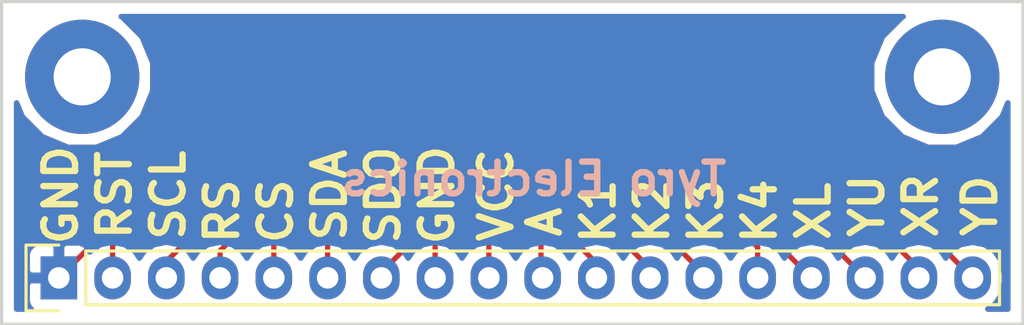
<source format=kicad_pcb>
(kicad_pcb (version 4) (host pcbnew 4.0.2-stable)

  (general
    (links 18)
    (no_connects 0)
    (area 137.473857 90.629 202.378143 107.263001)
    (thickness 1.6)
    (drawings 23)
    (tracks 78)
    (zones 0)
    (modules 4)
    (nets 19)
  )

  (page A4)
  (layers
    (0 F.Cu signal)
    (31 B.Cu signal)
    (32 B.Adhes user)
    (33 F.Adhes user)
    (34 B.Paste user)
    (35 F.Paste user)
    (36 B.SilkS user)
    (37 F.SilkS user)
    (38 B.Mask user)
    (39 F.Mask user)
    (40 Dwgs.User user)
    (41 Cmts.User user)
    (42 Eco1.User user)
    (43 Eco2.User user)
    (44 Edge.Cuts user)
    (45 Margin user)
    (46 B.CrtYd user)
    (47 F.CrtYd user)
    (48 B.Fab user)
    (49 F.Fab user)
  )

  (setup
    (last_trace_width 0.25)
    (trace_clearance 0.2)
    (zone_clearance 0.508)
    (zone_45_only no)
    (trace_min 0.2)
    (segment_width 0.2)
    (edge_width 0.15)
    (via_size 0.6)
    (via_drill 0.4)
    (via_min_size 0.4)
    (via_min_drill 0.3)
    (uvia_size 0.3)
    (uvia_drill 0.1)
    (uvias_allowed no)
    (uvia_min_size 0.2)
    (uvia_min_drill 0.1)
    (pcb_text_width 0.3)
    (pcb_text_size 1.5 1.5)
    (mod_edge_width 0.15)
    (mod_text_size 1 1)
    (mod_text_width 0.15)
    (pad_size 1.524 1.524)
    (pad_drill 0.762)
    (pad_to_mask_clearance 0.1)
    (aux_axis_origin 0 0)
    (visible_elements FFFFFF7F)
    (pcbplotparams
      (layerselection 0x010f0_80000001)
      (usegerberextensions false)
      (excludeedgelayer true)
      (linewidth 0.100000)
      (plotframeref false)
      (viasonmask false)
      (mode 1)
      (useauxorigin false)
      (hpglpennumber 1)
      (hpglpenspeed 20)
      (hpglpendiameter 15)
      (hpglpenoverlay 2)
      (psnegative false)
      (psa4output false)
      (plotreference true)
      (plotvalue true)
      (plotinvisibletext false)
      (padsonsilk false)
      (subtractmaskfromsilk false)
      (outputformat 1)
      (mirror false)
      (drillshape 0)
      (scaleselection 1)
      (outputdirectory gerbers/))
  )

  (net 0 "")
  (net 1 "Net-(P1-Pad1)")
  (net 2 "Net-(P1-Pad2)")
  (net 3 "Net-(P1-Pad3)")
  (net 4 "Net-(P1-Pad4)")
  (net 5 "Net-(P1-Pad5)")
  (net 6 "Net-(P1-Pad6)")
  (net 7 "Net-(P1-Pad7)")
  (net 8 "Net-(P1-Pad8)")
  (net 9 "Net-(P1-Pad9)")
  (net 10 "Net-(P1-Pad10)")
  (net 11 "Net-(P1-Pad11)")
  (net 12 "Net-(P1-Pad12)")
  (net 13 "Net-(P1-Pad13)")
  (net 14 "Net-(P1-Pad14)")
  (net 15 "Net-(P1-Pad15)")
  (net 16 "Net-(P1-Pad16)")
  (net 17 "Net-(P1-Pad17)")
  (net 18 "Net-(P1-Pad18)")

  (net_class Default "This is the default net class."
    (clearance 0.2)
    (trace_width 0.25)
    (via_dia 0.6)
    (via_drill 0.4)
    (uvia_dia 0.3)
    (uvia_drill 0.1)
    (add_net "Net-(P1-Pad1)")
    (add_net "Net-(P1-Pad10)")
    (add_net "Net-(P1-Pad11)")
    (add_net "Net-(P1-Pad12)")
    (add_net "Net-(P1-Pad13)")
    (add_net "Net-(P1-Pad14)")
    (add_net "Net-(P1-Pad15)")
    (add_net "Net-(P1-Pad16)")
    (add_net "Net-(P1-Pad17)")
    (add_net "Net-(P1-Pad18)")
    (add_net "Net-(P1-Pad2)")
    (add_net "Net-(P1-Pad3)")
    (add_net "Net-(P1-Pad4)")
    (add_net "Net-(P1-Pad5)")
    (add_net "Net-(P1-Pad6)")
    (add_net "Net-(P1-Pad7)")
    (add_net "Net-(P1-Pad8)")
    (add_net "Net-(P1-Pad9)")
  )

  (module Socket_Strips:Socket_Strip_Straight_1x18 (layer F.Cu) (tedit 58503421) (tstamp 585033DC)
    (at 148.5011 105.0036)
    (descr "Through hole socket strip")
    (tags "socket strip")
    (path /5850209C)
    (fp_text reference P1 (at 0 -5.1) (layer F.SilkS) hide
      (effects (font (size 1 1) (thickness 0.15)))
    )
    (fp_text value CONN_01X18 (at 0 -3.1) (layer F.Fab) hide
      (effects (font (size 1 1) (thickness 0.15)))
    )
    (fp_line (start -1.75 -1.75) (end -1.75 1.75) (layer F.CrtYd) (width 0.05))
    (fp_line (start 44.95 -1.75) (end 44.95 1.75) (layer F.CrtYd) (width 0.05))
    (fp_line (start -1.75 -1.75) (end 44.95 -1.75) (layer F.CrtYd) (width 0.05))
    (fp_line (start -1.75 1.75) (end 44.95 1.75) (layer F.CrtYd) (width 0.05))
    (fp_line (start 1.27 1.27) (end 44.45 1.27) (layer F.SilkS) (width 0.15))
    (fp_line (start 44.45 1.27) (end 44.45 -1.27) (layer F.SilkS) (width 0.15))
    (fp_line (start 44.45 -1.27) (end 1.27 -1.27) (layer F.SilkS) (width 0.15))
    (fp_line (start -1.55 1.55) (end 0 1.55) (layer F.SilkS) (width 0.15))
    (fp_line (start 1.27 1.27) (end 1.27 -1.27) (layer F.SilkS) (width 0.15))
    (fp_line (start 0 -1.55) (end -1.55 -1.55) (layer F.SilkS) (width 0.15))
    (fp_line (start -1.55 -1.55) (end -1.55 1.55) (layer F.SilkS) (width 0.15))
    (pad 1 thru_hole rect (at 0 0) (size 1.7272 2.032) (drill 1.016) (layers *.Cu *.Mask)
      (net 1 "Net-(P1-Pad1)"))
    (pad 2 thru_hole oval (at 2.54 0) (size 1.7272 2.032) (drill 1.016) (layers *.Cu *.Mask)
      (net 2 "Net-(P1-Pad2)"))
    (pad 3 thru_hole oval (at 5.08 0) (size 1.7272 2.032) (drill 1.016) (layers *.Cu *.Mask)
      (net 3 "Net-(P1-Pad3)"))
    (pad 4 thru_hole oval (at 7.62 0) (size 1.7272 2.032) (drill 1.016) (layers *.Cu *.Mask)
      (net 4 "Net-(P1-Pad4)"))
    (pad 5 thru_hole oval (at 10.16 0) (size 1.7272 2.032) (drill 1.016) (layers *.Cu *.Mask)
      (net 5 "Net-(P1-Pad5)"))
    (pad 6 thru_hole oval (at 12.7 0) (size 1.7272 2.032) (drill 1.016) (layers *.Cu *.Mask)
      (net 6 "Net-(P1-Pad6)"))
    (pad 7 thru_hole oval (at 15.24 0) (size 1.7272 2.032) (drill 1.016) (layers *.Cu *.Mask)
      (net 7 "Net-(P1-Pad7)"))
    (pad 8 thru_hole oval (at 17.78 0) (size 1.7272 2.032) (drill 1.016) (layers *.Cu *.Mask)
      (net 8 "Net-(P1-Pad8)"))
    (pad 9 thru_hole oval (at 20.32 0) (size 1.7272 2.032) (drill 1.016) (layers *.Cu *.Mask)
      (net 9 "Net-(P1-Pad9)"))
    (pad 10 thru_hole oval (at 22.86 0) (size 1.7272 2.032) (drill 1.016) (layers *.Cu *.Mask)
      (net 10 "Net-(P1-Pad10)"))
    (pad 11 thru_hole oval (at 25.4 0) (size 1.7272 2.032) (drill 1.016) (layers *.Cu *.Mask)
      (net 11 "Net-(P1-Pad11)"))
    (pad 12 thru_hole oval (at 27.94 0) (size 1.7272 2.032) (drill 1.016) (layers *.Cu *.Mask)
      (net 12 "Net-(P1-Pad12)"))
    (pad 13 thru_hole oval (at 30.48 0) (size 1.7272 2.032) (drill 1.016) (layers *.Cu *.Mask)
      (net 13 "Net-(P1-Pad13)"))
    (pad 14 thru_hole oval (at 33.02 0) (size 1.7272 2.032) (drill 1.016) (layers *.Cu *.Mask)
      (net 14 "Net-(P1-Pad14)"))
    (pad 15 thru_hole oval (at 35.56 0) (size 1.7272 2.032) (drill 1.016) (layers *.Cu *.Mask)
      (net 15 "Net-(P1-Pad15)"))
    (pad 16 thru_hole oval (at 38.1 0) (size 1.7272 2.032) (drill 1.016) (layers *.Cu *.Mask)
      (net 16 "Net-(P1-Pad16)"))
    (pad 17 thru_hole oval (at 40.64 0) (size 1.7272 2.032) (drill 1.016) (layers *.Cu *.Mask)
      (net 17 "Net-(P1-Pad17)"))
    (pad 18 thru_hole oval (at 43.18 0) (size 1.7272 2.032) (drill 1.016) (layers *.Cu *.Mask)
      (net 18 "Net-(P1-Pad18)"))
    (model Socket_Strips.3dshapes/Socket_Strip_Straight_1x18.wrl
      (at (xyz 0.85 0 0))
      (scale (xyz 1 1 1))
      (rotate (xyz 0 0 180))
    )
  )

  (module components:18p-ili9341 (layer F.Cu) (tedit 5850342A) (tstamp 585033F2)
    (at 164.084 95.504)
    (path /585025AA)
    (fp_text reference U1 (at 7.75 3.25) (layer F.SilkS) hide
      (effects (font (size 1 1) (thickness 0.15)))
    )
    (fp_text value ili9341-18p (at 7.25 -3.75) (layer F.Fab) hide
      (effects (font (size 1 1) (thickness 0.15)))
    )
    (pad 1 smd rect (at 0 0) (size 0.4 4) (layers F.Cu F.Paste F.Mask)
      (net 1 "Net-(P1-Pad1)"))
    (pad 2 smd rect (at 0.8 0) (size 0.4 4) (layers F.Cu F.Paste F.Mask)
      (net 2 "Net-(P1-Pad2)"))
    (pad 3 smd rect (at 1.6 0) (size 0.4 4) (layers F.Cu F.Paste F.Mask)
      (net 3 "Net-(P1-Pad3)"))
    (pad 4 smd rect (at 2.4 0) (size 0.4 4) (layers F.Cu F.Paste F.Mask)
      (net 4 "Net-(P1-Pad4)"))
    (pad 5 smd rect (at 3.2 0) (size 0.4 4) (layers F.Cu F.Paste F.Mask)
      (net 5 "Net-(P1-Pad5)"))
    (pad 6 smd rect (at 4 0) (size 0.4 4) (layers F.Cu F.Paste F.Mask)
      (net 6 "Net-(P1-Pad6)"))
    (pad 7 smd rect (at 4.8 0) (size 0.4 4) (layers F.Cu F.Paste F.Mask)
      (net 7 "Net-(P1-Pad7)"))
    (pad 8 smd rect (at 5.6 0) (size 0.4 4) (layers F.Cu F.Paste F.Mask)
      (net 8 "Net-(P1-Pad8)"))
    (pad 9 smd rect (at 6.4 0) (size 0.4 4) (layers F.Cu F.Paste F.Mask)
      (net 9 "Net-(P1-Pad9)"))
    (pad 10 smd rect (at 7.2 0) (size 0.4 4) (layers F.Cu F.Paste F.Mask)
      (net 10 "Net-(P1-Pad10)"))
    (pad 11 smd rect (at 8 0) (size 0.4 4) (layers F.Cu F.Paste F.Mask)
      (net 11 "Net-(P1-Pad11)"))
    (pad 12 smd rect (at 8.8 0) (size 0.4 4) (layers F.Cu F.Paste F.Mask)
      (net 12 "Net-(P1-Pad12)"))
    (pad 13 smd rect (at 9.6 0) (size 0.4 4) (layers F.Cu F.Paste F.Mask)
      (net 13 "Net-(P1-Pad13)"))
    (pad 14 smd rect (at 10.4 0) (size 0.4 4) (layers F.Cu F.Paste F.Mask)
      (net 14 "Net-(P1-Pad14)"))
    (pad 15 smd rect (at 11.2 0) (size 0.4 4) (layers F.Cu F.Paste F.Mask)
      (net 15 "Net-(P1-Pad15)"))
    (pad 16 smd rect (at 12 0) (size 0.4 4) (layers F.Cu F.Paste F.Mask)
      (net 16 "Net-(P1-Pad16)"))
    (pad 17 smd rect (at 12.8 0) (size 0.4 4) (layers F.Cu F.Paste F.Mask)
      (net 17 "Net-(P1-Pad17)"))
    (pad 18 smd rect (at 13.6 0) (size 0.4 4) (layers F.Cu F.Paste F.Mask)
      (net 18 "Net-(P1-Pad18)"))
  )

  (module Mounting_Holes:MountingHole_2.7mm_M2.5_Pad (layer F.Cu) (tedit 58503A80) (tstamp 58503A19)
    (at 149.606 95.504)
    (descr "Mounting Hole 2.7mm, M2.5")
    (tags "mounting hole 2.7mm m2.5")
    (fp_text reference REF** (at 0 -3.7) (layer F.SilkS) hide
      (effects (font (size 1 1) (thickness 0.15)))
    )
    (fp_text value MountingHole_2.7mm_M2.5_Pad (at 0 3.7) (layer F.Fab) hide
      (effects (font (size 1 1) (thickness 0.15)))
    )
    (fp_circle (center 0 0) (end 2.7 0) (layer Cmts.User) (width 0.15))
    (fp_circle (center 0 0) (end 2.95 0) (layer F.CrtYd) (width 0.05))
    (pad 1 thru_hole circle (at 0 0) (size 5.4 5.4) (drill 2.7) (layers *.Cu *.Mask))
  )

  (module Mounting_Holes:MountingHole_2.7mm_M2.5_Pad (layer F.Cu) (tedit 58503A8C) (tstamp 58503A2E)
    (at 190.246 95.504)
    (descr "Mounting Hole 2.7mm, M2.5")
    (tags "mounting hole 2.7mm m2.5")
    (fp_text reference REF** (at 0 -3.7) (layer F.SilkS) hide
      (effects (font (size 1 1) (thickness 0.15)))
    )
    (fp_text value MountingHole_2.7mm_M2.5_Pad (at 0 3.7) (layer F.Fab) hide
      (effects (font (size 1 1) (thickness 0.15)))
    )
    (fp_circle (center 0 0) (end 2.7 0) (layer Cmts.User) (width 0.15))
    (fp_circle (center 0 0) (end 2.95 0) (layer F.CrtYd) (width 0.05))
    (pad 1 thru_hole circle (at 0 0) (size 5.4 5.4) (drill 2.7) (layers *.Cu *.Mask))
  )

  (gr_text "Tyro Electronics" (at 170.942 100.33) (layer B.SilkS)
    (effects (font (size 1.5 1.5) (thickness 0.3)) (justify mirror))
  )
  (gr_text YD (at 192.024 101.6 90) (layer F.SilkS)
    (effects (font (size 1.5 1.5) (thickness 0.3)))
  )
  (gr_text "XR\n" (at 189.23 101.6 90) (layer F.SilkS)
    (effects (font (size 1.5 1.5) (thickness 0.3)))
  )
  (gr_text YU (at 186.69 101.6 90) (layer F.SilkS)
    (effects (font (size 1.5 1.5) (thickness 0.3)))
  )
  (gr_text XL (at 184.15 101.854 90) (layer F.SilkS)
    (effects (font (size 1.5 1.5) (thickness 0.3)))
  )
  (gr_text "K4\n" (at 181.61 101.854 90) (layer F.SilkS)
    (effects (font (size 1.5 1.5) (thickness 0.3)))
  )
  (gr_text K3 (at 179.07 101.854 90) (layer F.SilkS)
    (effects (font (size 1.5 1.5) (thickness 0.3)))
  )
  (gr_text "K2\n" (at 176.53 101.854 90) (layer F.SilkS)
    (effects (font (size 1.5 1.5) (thickness 0.3)))
  )
  (gr_text K1 (at 173.99 101.854 90) (layer F.SilkS)
    (effects (font (size 1.5 1.5) (thickness 0.3)))
  )
  (gr_text A (at 171.45 102.362 90) (layer F.SilkS)
    (effects (font (size 1.5 1.5) (thickness 0.3)))
  )
  (gr_text VCC (at 169.164 101.092 90) (layer F.SilkS)
    (effects (font (size 1.5 1.5) (thickness 0.3)))
  )
  (gr_text "GND\n" (at 166.37 101.092 90) (layer F.SilkS)
    (effects (font (size 1.5 1.5) (thickness 0.3)))
  )
  (gr_text "SDO\n" (at 163.83 101.092 90) (layer F.SilkS)
    (effects (font (size 1.5 1.5) (thickness 0.3)))
  )
  (gr_text SDA (at 161.29 101.092 90) (layer F.SilkS)
    (effects (font (size 1.5 1.5) (thickness 0.3)))
  )
  (gr_text CS (at 158.75 101.854 90) (layer F.SilkS)
    (effects (font (size 1.5 1.5) (thickness 0.3)))
  )
  (gr_text RS (at 156.21 101.854 90) (layer F.SilkS)
    (effects (font (size 1.5 1.5) (thickness 0.3)))
  )
  (gr_text SCL (at 153.67 101.092 90) (layer F.SilkS)
    (effects (font (size 1.5 1.5) (thickness 0.3)))
  )
  (gr_text RST (at 151.13 101.092 90) (layer F.SilkS)
    (effects (font (size 1.5 1.5) (thickness 0.3)))
  )
  (gr_text GND (at 148.59 101.092 90) (layer F.SilkS)
    (effects (font (size 1.5 1.5) (thickness 0.3)))
  )
  (gr_line (start 145.796 107.188) (end 194.056 107.188) (angle 90) (layer Edge.Cuts) (width 0.15))
  (gr_line (start 145.796 91.948) (end 145.796 107.188) (angle 90) (layer Edge.Cuts) (width 0.15))
  (gr_line (start 194.056 91.948) (end 145.796 91.948) (angle 90) (layer Edge.Cuts) (width 0.15))
  (gr_line (start 194.056 107.188) (end 194.056 91.948) (angle 90) (layer Edge.Cuts) (width 0.15))

  (segment (start 164.084 95.504) (end 158.0007 95.504) (width 0.25) (layer F.Cu) (net 1) (status 400000))
  (segment (start 158.0007 95.504) (end 148.5011 105.0036) (width 0.25) (layer F.Cu) (net 1) (tstamp 58503B9F) (status 800000))
  (segment (start 164.084 95.504) (end 164.084 96.266) (width 0.25) (layer F.Cu) (net 1))
  (segment (start 164.884 95.504) (end 164.884 98.006) (width 0.25) (layer F.Cu) (net 2))
  (segment (start 151.0411 103.4669) (end 151.0411 105.0036) (width 0.25) (layer F.Cu) (net 2) (tstamp 58503430))
  (segment (start 151.892 102.616) (end 151.0411 103.4669) (width 0.25) (layer F.Cu) (net 2) (tstamp 5850342F))
  (segment (start 155.194 102.616) (end 151.892 102.616) (width 0.25) (layer F.Cu) (net 2) (tstamp 5850342D))
  (segment (start 159.004 98.806) (end 155.194 102.616) (width 0.25) (layer F.Cu) (net 2) (tstamp 5850342B))
  (segment (start 164.084 98.806) (end 159.004 98.806) (width 0.25) (layer F.Cu) (net 2) (tstamp 5850342A))
  (segment (start 164.884 98.006) (end 164.084 98.806) (width 0.25) (layer F.Cu) (net 2) (tstamp 58503429))
  (segment (start 165.684 95.504) (end 165.684 98.222) (width 0.25) (layer F.Cu) (net 3))
  (segment (start 154.178 103.632) (end 153.5811 104.2289) (width 0.25) (layer F.Cu) (net 3) (tstamp 5850343A))
  (segment (start 155.194 103.632) (end 154.178 103.632) (width 0.25) (layer F.Cu) (net 3) (tstamp 58503438))
  (segment (start 159.004 99.822) (end 155.194 103.632) (width 0.25) (layer F.Cu) (net 3) (tstamp 58503436))
  (segment (start 164.084 99.822) (end 159.004 99.822) (width 0.25) (layer F.Cu) (net 3) (tstamp 58503434))
  (segment (start 165.684 98.222) (end 164.084 99.822) (width 0.25) (layer F.Cu) (net 3) (tstamp 58503433))
  (segment (start 153.5811 104.2289) (end 153.5811 105.0036) (width 0.25) (layer F.Cu) (net 3) (tstamp 5850343B))
  (segment (start 166.484 95.504) (end 166.484 98.438) (width 0.25) (layer F.Cu) (net 4))
  (segment (start 156.1211 103.7209) (end 156.1211 105.0036) (width 0.25) (layer F.Cu) (net 4) (tstamp 58503445))
  (segment (start 159.258 100.584) (end 156.1211 103.7209) (width 0.25) (layer F.Cu) (net 4) (tstamp 58503444))
  (segment (start 164.338 100.584) (end 159.258 100.584) (width 0.25) (layer F.Cu) (net 4) (tstamp 58503440))
  (segment (start 166.484 98.438) (end 164.338 100.584) (width 0.25) (layer F.Cu) (net 4) (tstamp 5850343E))
  (segment (start 167.284 95.504) (end 167.284 98.908) (width 0.25) (layer F.Cu) (net 5))
  (segment (start 158.6611 102.9589) (end 158.6611 105.0036) (width 0.25) (layer F.Cu) (net 5) (tstamp 58503450))
  (segment (start 160.274 101.346) (end 158.6611 102.9589) (width 0.25) (layer F.Cu) (net 5) (tstamp 5850344E))
  (segment (start 164.846 101.346) (end 160.274 101.346) (width 0.25) (layer F.Cu) (net 5) (tstamp 5850344C))
  (segment (start 167.284 98.908) (end 164.846 101.346) (width 0.25) (layer F.Cu) (net 5) (tstamp 5850344A))
  (segment (start 168.084 95.504) (end 168.084 99.378) (width 0.25) (layer F.Cu) (net 6))
  (segment (start 161.2011 103.2129) (end 161.2011 105.0036) (width 0.25) (layer F.Cu) (net 6) (tstamp 58503459))
  (segment (start 162.306 102.108) (end 161.2011 103.2129) (width 0.25) (layer F.Cu) (net 6) (tstamp 58503458))
  (segment (start 165.354 102.108) (end 162.306 102.108) (width 0.25) (layer F.Cu) (net 6) (tstamp 58503456))
  (segment (start 168.084 99.378) (end 165.354 102.108) (width 0.25) (layer F.Cu) (net 6) (tstamp 58503454))
  (segment (start 168.884 95.504) (end 168.884 99.594) (width 0.25) (layer F.Cu) (net 7))
  (segment (start 168.884 99.594) (end 163.7411 104.7369) (width 0.25) (layer F.Cu) (net 7) (tstamp 5850345D))
  (segment (start 163.7411 104.7369) (end 163.7411 105.0036) (width 0.25) (layer F.Cu) (net 7) (tstamp 5850345F))
  (segment (start 169.684 95.504) (end 169.684 99.81) (width 0.25) (layer F.Cu) (net 8))
  (segment (start 166.2811 103.2129) (end 166.2811 105.0036) (width 0.25) (layer F.Cu) (net 8) (tstamp 58503464))
  (segment (start 169.684 99.81) (end 166.2811 103.2129) (width 0.25) (layer F.Cu) (net 8) (tstamp 58503462))
  (segment (start 170.484 95.504) (end 170.484 100.534) (width 0.25) (layer F.Cu) (net 9))
  (segment (start 168.8211 102.1969) (end 168.8211 105.0036) (width 0.25) (layer F.Cu) (net 9) (tstamp 5850346A))
  (segment (start 170.484 100.534) (end 168.8211 102.1969) (width 0.25) (layer F.Cu) (net 9) (tstamp 58503468))
  (segment (start 171.284 95.504) (end 171.284 104.9265) (width 0.25) (layer F.Cu) (net 10))
  (segment (start 171.284 104.9265) (end 171.3611 105.0036) (width 0.25) (layer F.Cu) (net 10) (tstamp 5850346E))
  (segment (start 172.084 95.504) (end 172.084 102.488) (width 0.25) (layer F.Cu) (net 11))
  (segment (start 172.084 102.488) (end 173.9011 104.3051) (width 0.25) (layer F.Cu) (net 11) (tstamp 58503471))
  (segment (start 173.9011 104.3051) (end 173.9011 105.0036) (width 0.25) (layer F.Cu) (net 11) (tstamp 58503473))
  (segment (start 172.884 95.504) (end 172.884 101.002) (width 0.25) (layer F.Cu) (net 12))
  (segment (start 172.884 101.002) (end 176.4411 104.5591) (width 0.25) (layer F.Cu) (net 12) (tstamp 58503476))
  (segment (start 176.4411 104.5591) (end 176.4411 105.0036) (width 0.25) (layer F.Cu) (net 12) (tstamp 58503478))
  (segment (start 173.684 95.504) (end 173.684 99.516) (width 0.25) (layer F.Cu) (net 13))
  (segment (start 173.684 99.516) (end 178.9811 104.8131) (width 0.25) (layer F.Cu) (net 13) (tstamp 5850347B))
  (segment (start 178.9811 104.8131) (end 178.9811 105.0036) (width 0.25) (layer F.Cu) (net 13) (tstamp 5850347D))
  (segment (start 174.484 95.504) (end 174.484 98.792) (width 0.25) (layer F.Cu) (net 14))
  (segment (start 181.5211 103.5431) (end 181.5211 105.0036) (width 0.25) (layer F.Cu) (net 14) (tstamp 58503485))
  (segment (start 180.594 102.616) (end 181.5211 103.5431) (width 0.25) (layer F.Cu) (net 14) (tstamp 58503484))
  (segment (start 178.308 102.616) (end 180.594 102.616) (width 0.25) (layer F.Cu) (net 14) (tstamp 58503482))
  (segment (start 174.484 98.792) (end 178.308 102.616) (width 0.25) (layer F.Cu) (net 14) (tstamp 58503480))
  (segment (start 175.284 95.504) (end 175.284 98.322) (width 0.25) (layer F.Cu) (net 15))
  (segment (start 180.9115 101.854) (end 184.0611 105.0036) (width 0.25) (layer F.Cu) (net 15) (tstamp 5850348C))
  (segment (start 178.816 101.854) (end 180.9115 101.854) (width 0.25) (layer F.Cu) (net 15) (tstamp 5850348A))
  (segment (start 175.284 98.322) (end 178.816 101.854) (width 0.25) (layer F.Cu) (net 15) (tstamp 58503488))
  (segment (start 176.084 95.504) (end 176.084 98.106) (width 0.25) (layer F.Cu) (net 16))
  (segment (start 184.4675 102.87) (end 186.6011 105.0036) (width 0.25) (layer F.Cu) (net 16) (tstamp 58503497))
  (segment (start 183.642 102.87) (end 184.4675 102.87) (width 0.25) (layer F.Cu) (net 16) (tstamp 58503495))
  (segment (start 181.864 101.092) (end 183.642 102.87) (width 0.25) (layer F.Cu) (net 16) (tstamp 58503493))
  (segment (start 179.07 101.092) (end 181.864 101.092) (width 0.25) (layer F.Cu) (net 16) (tstamp 58503491))
  (segment (start 176.084 98.106) (end 179.07 101.092) (width 0.25) (layer F.Cu) (net 16) (tstamp 58503490))
  (segment (start 176.884 95.504) (end 176.884 97.89) (width 0.25) (layer F.Cu) (net 17))
  (segment (start 184.658 100.076) (end 189.1411 104.5591) (width 0.25) (layer F.Cu) (net 17) (tstamp 5850349E))
  (segment (start 179.07 100.076) (end 184.658 100.076) (width 0.25) (layer F.Cu) (net 17) (tstamp 5850349C))
  (segment (start 176.884 97.89) (end 179.07 100.076) (width 0.25) (layer F.Cu) (net 17) (tstamp 5850349A))
  (segment (start 189.1411 104.5591) (end 189.1411 105.0036) (width 0.25) (layer F.Cu) (net 17) (tstamp 585034A0))
  (segment (start 177.684 95.504) (end 177.684 96.404) (width 0.25) (layer F.Cu) (net 18))
  (segment (start 177.684 96.404) (end 180.594 99.314) (width 0.25) (layer F.Cu) (net 18) (tstamp 585034A3))
  (segment (start 180.594 99.314) (end 185.42 99.314) (width 0.25) (layer F.Cu) (net 18) (tstamp 585034A4))
  (segment (start 185.42 99.314) (end 188.722 102.616) (width 0.25) (layer F.Cu) (net 18) (tstamp 585034A6))
  (segment (start 188.722 102.616) (end 189.2935 102.616) (width 0.25) (layer F.Cu) (net 18) (tstamp 585034A8))
  (segment (start 189.2935 102.616) (end 191.6811 105.0036) (width 0.25) (layer F.Cu) (net 18) (tstamp 585034AA))

  (zone (net 1) (net_name "Net-(P1-Pad1)") (layer F.Cu) (tstamp 58503AE6) (hatch edge 0.508)
    (connect_pads (clearance 0.508))
    (min_thickness 0.254)
    (fill yes (arc_segments 16) (thermal_gap 0.508) (thermal_bridge_width 0.508))
    (polygon
      (pts
        (xy 194.056 107.188) (xy 145.796 107.188) (xy 145.796 91.948) (xy 194.056 91.948) (xy 194.056 107.188)
      )
    )
    (filled_polygon
      (pts
        (xy 188.359342 92.675076) (xy 187.420373 93.612407) (xy 186.91158 94.837717) (xy 186.910422 96.164462) (xy 187.417076 97.390658)
        (xy 188.354407 98.329627) (xy 189.579717 98.83842) (xy 190.906462 98.839578) (xy 192.132658 98.332924) (xy 193.071627 97.395593)
        (xy 193.346 96.734829) (xy 193.346 106.478) (xy 192.396573 106.478) (xy 192.74077 106.248015) (xy 193.065626 105.761834)
        (xy 193.1797 105.188345) (xy 193.1797 104.818855) (xy 193.065626 104.245366) (xy 192.74077 103.759185) (xy 192.254589 103.434329)
        (xy 191.6811 103.320255) (xy 191.173521 103.421219) (xy 189.830901 102.078599) (xy 189.584339 101.913852) (xy 189.2935 101.856)
        (xy 189.036802 101.856) (xy 185.957401 98.776599) (xy 185.710839 98.611852) (xy 185.42 98.554) (xy 180.908802 98.554)
        (xy 178.53144 96.176638) (xy 178.53144 93.504) (xy 178.487162 93.268683) (xy 178.34809 93.052559) (xy 178.13589 92.907569)
        (xy 177.884 92.85656) (xy 177.484 92.85656) (xy 177.276658 92.895574) (xy 177.084 92.85656) (xy 176.684 92.85656)
        (xy 176.476658 92.895574) (xy 176.284 92.85656) (xy 175.884 92.85656) (xy 175.676658 92.895574) (xy 175.484 92.85656)
        (xy 175.084 92.85656) (xy 174.876658 92.895574) (xy 174.684 92.85656) (xy 174.284 92.85656) (xy 174.076658 92.895574)
        (xy 173.884 92.85656) (xy 173.484 92.85656) (xy 173.276658 92.895574) (xy 173.084 92.85656) (xy 172.684 92.85656)
        (xy 172.476658 92.895574) (xy 172.284 92.85656) (xy 171.884 92.85656) (xy 171.676658 92.895574) (xy 171.484 92.85656)
        (xy 171.084 92.85656) (xy 170.876658 92.895574) (xy 170.684 92.85656) (xy 170.284 92.85656) (xy 170.076658 92.895574)
        (xy 169.884 92.85656) (xy 169.484 92.85656) (xy 169.276658 92.895574) (xy 169.084 92.85656) (xy 168.684 92.85656)
        (xy 168.476658 92.895574) (xy 168.284 92.85656) (xy 167.884 92.85656) (xy 167.676658 92.895574) (xy 167.484 92.85656)
        (xy 167.084 92.85656) (xy 166.876658 92.895574) (xy 166.684 92.85656) (xy 166.284 92.85656) (xy 166.076658 92.895574)
        (xy 165.884 92.85656) (xy 165.484 92.85656) (xy 165.276658 92.895574) (xy 165.084 92.85656) (xy 164.684 92.85656)
        (xy 164.47515 92.895858) (xy 164.410309 92.869) (xy 164.34275 92.869) (xy 164.184 93.02775) (xy 164.184 93.110978)
        (xy 164.087569 93.25211) (xy 164.03656 93.504) (xy 164.03656 95.651) (xy 163.984 95.651) (xy 163.984 95.631)
        (xy 163.40775 95.631) (xy 163.249 95.78975) (xy 163.249 97.63031) (xy 163.345673 97.863699) (xy 163.524302 98.042327)
        (xy 163.533169 98.046) (xy 159.004 98.046) (xy 158.713161 98.103852) (xy 158.466599 98.268599) (xy 154.879198 101.856)
        (xy 151.892 101.856) (xy 151.60116 101.913852) (xy 151.354599 102.078599) (xy 150.503699 102.929499) (xy 150.338952 103.176061)
        (xy 150.2811 103.4669) (xy 150.2811 103.558952) (xy 149.98143 103.759185) (xy 149.9666 103.78138) (xy 149.903027 103.627901)
        (xy 149.724398 103.449273) (xy 149.491009 103.3526) (xy 148.78685 103.3526) (xy 148.6281 103.51135) (xy 148.6281 104.8766)
        (xy 148.6481 104.8766) (xy 148.6481 105.1306) (xy 148.6281 105.1306) (xy 148.6281 105.1506) (xy 148.3741 105.1506)
        (xy 148.3741 105.1306) (xy 147.16125 105.1306) (xy 147.0025 105.28935) (xy 147.0025 106.14591) (xy 147.099173 106.379299)
        (xy 147.197875 106.478) (xy 146.506 106.478) (xy 146.506 103.86129) (xy 147.0025 103.86129) (xy 147.0025 104.71785)
        (xy 147.16125 104.8766) (xy 148.3741 104.8766) (xy 148.3741 103.51135) (xy 148.21535 103.3526) (xy 147.511191 103.3526)
        (xy 147.277802 103.449273) (xy 147.099173 103.627901) (xy 147.0025 103.86129) (xy 146.506 103.86129) (xy 146.506 96.734604)
        (xy 146.777076 97.390658) (xy 147.714407 98.329627) (xy 148.939717 98.83842) (xy 150.266462 98.839578) (xy 151.492658 98.332924)
        (xy 152.431627 97.395593) (xy 152.94042 96.170283) (xy 152.941578 94.843538) (xy 152.434924 93.617342) (xy 152.195691 93.37769)
        (xy 163.249 93.37769) (xy 163.249 95.21825) (xy 163.40775 95.377) (xy 163.984 95.377) (xy 163.984 93.02775)
        (xy 163.82525 92.869) (xy 163.757691 92.869) (xy 163.524302 92.965673) (xy 163.345673 93.144301) (xy 163.249 93.37769)
        (xy 152.195691 93.37769) (xy 151.497593 92.678373) (xy 151.448529 92.658) (xy 188.400669 92.658)
      )
    )
  )
  (zone (net 1) (net_name "Net-(P1-Pad1)") (layer B.Cu) (tstamp 58503B33) (hatch edge 0.508)
    (connect_pads (clearance 0.508))
    (min_thickness 0.254)
    (fill yes (arc_segments 16) (thermal_gap 0.508) (thermal_bridge_width 0.508))
    (polygon
      (pts
        (xy 194.056 107.188) (xy 145.796 107.188) (xy 145.796 91.948) (xy 194.056 91.948) (xy 194.056 107.188)
      )
    )
    (filled_polygon
      (pts
        (xy 188.359342 92.675076) (xy 187.420373 93.612407) (xy 186.91158 94.837717) (xy 186.910422 96.164462) (xy 187.417076 97.390658)
        (xy 188.354407 98.329627) (xy 189.579717 98.83842) (xy 190.906462 98.839578) (xy 192.132658 98.332924) (xy 193.071627 97.395593)
        (xy 193.346 96.734829) (xy 193.346 106.478) (xy 192.396573 106.478) (xy 192.74077 106.248015) (xy 193.065626 105.761834)
        (xy 193.1797 105.188345) (xy 193.1797 104.818855) (xy 193.065626 104.245366) (xy 192.74077 103.759185) (xy 192.254589 103.434329)
        (xy 191.6811 103.320255) (xy 191.107611 103.434329) (xy 190.62143 103.759185) (xy 190.4111 104.073966) (xy 190.20077 103.759185)
        (xy 189.714589 103.434329) (xy 189.1411 103.320255) (xy 188.567611 103.434329) (xy 188.08143 103.759185) (xy 187.8711 104.073966)
        (xy 187.66077 103.759185) (xy 187.174589 103.434329) (xy 186.6011 103.320255) (xy 186.027611 103.434329) (xy 185.54143 103.759185)
        (xy 185.3311 104.073966) (xy 185.12077 103.759185) (xy 184.634589 103.434329) (xy 184.0611 103.320255) (xy 183.487611 103.434329)
        (xy 183.00143 103.759185) (xy 182.7911 104.073966) (xy 182.58077 103.759185) (xy 182.094589 103.434329) (xy 181.5211 103.320255)
        (xy 180.947611 103.434329) (xy 180.46143 103.759185) (xy 180.2511 104.073966) (xy 180.04077 103.759185) (xy 179.554589 103.434329)
        (xy 178.9811 103.320255) (xy 178.407611 103.434329) (xy 177.92143 103.759185) (xy 177.7111 104.073966) (xy 177.50077 103.759185)
        (xy 177.014589 103.434329) (xy 176.4411 103.320255) (xy 175.867611 103.434329) (xy 175.38143 103.759185) (xy 175.1711 104.073966)
        (xy 174.96077 103.759185) (xy 174.474589 103.434329) (xy 173.9011 103.320255) (xy 173.327611 103.434329) (xy 172.84143 103.759185)
        (xy 172.6311 104.073966) (xy 172.42077 103.759185) (xy 171.934589 103.434329) (xy 171.3611 103.320255) (xy 170.787611 103.434329)
        (xy 170.30143 103.759185) (xy 170.0911 104.073966) (xy 169.88077 103.759185) (xy 169.394589 103.434329) (xy 168.8211 103.320255)
        (xy 168.247611 103.434329) (xy 167.76143 103.759185) (xy 167.5511 104.073966) (xy 167.34077 103.759185) (xy 166.854589 103.434329)
        (xy 166.2811 103.320255) (xy 165.707611 103.434329) (xy 165.22143 103.759185) (xy 165.0111 104.073966) (xy 164.80077 103.759185)
        (xy 164.314589 103.434329) (xy 163.7411 103.320255) (xy 163.167611 103.434329) (xy 162.68143 103.759185) (xy 162.4711 104.073966)
        (xy 162.26077 103.759185) (xy 161.774589 103.434329) (xy 161.2011 103.320255) (xy 160.627611 103.434329) (xy 160.14143 103.759185)
        (xy 159.9311 104.073966) (xy 159.72077 103.759185) (xy 159.234589 103.434329) (xy 158.6611 103.320255) (xy 158.087611 103.434329)
        (xy 157.60143 103.759185) (xy 157.3911 104.073966) (xy 157.18077 103.759185) (xy 156.694589 103.434329) (xy 156.1211 103.320255)
        (xy 155.547611 103.434329) (xy 155.06143 103.759185) (xy 154.8511 104.073966) (xy 154.64077 103.759185) (xy 154.154589 103.434329)
        (xy 153.5811 103.320255) (xy 153.007611 103.434329) (xy 152.52143 103.759185) (xy 152.3111 104.073966) (xy 152.10077 103.759185)
        (xy 151.614589 103.434329) (xy 151.0411 103.320255) (xy 150.467611 103.434329) (xy 149.98143 103.759185) (xy 149.9666 103.78138)
        (xy 149.903027 103.627901) (xy 149.724398 103.449273) (xy 149.491009 103.3526) (xy 148.78685 103.3526) (xy 148.6281 103.51135)
        (xy 148.6281 104.8766) (xy 148.6481 104.8766) (xy 148.6481 105.1306) (xy 148.6281 105.1306) (xy 148.6281 105.1506)
        (xy 148.3741 105.1506) (xy 148.3741 105.1306) (xy 147.16125 105.1306) (xy 147.0025 105.28935) (xy 147.0025 106.14591)
        (xy 147.099173 106.379299) (xy 147.197875 106.478) (xy 146.506 106.478) (xy 146.506 103.86129) (xy 147.0025 103.86129)
        (xy 147.0025 104.71785) (xy 147.16125 104.8766) (xy 148.3741 104.8766) (xy 148.3741 103.51135) (xy 148.21535 103.3526)
        (xy 147.511191 103.3526) (xy 147.277802 103.449273) (xy 147.099173 103.627901) (xy 147.0025 103.86129) (xy 146.506 103.86129)
        (xy 146.506 96.734604) (xy 146.777076 97.390658) (xy 147.714407 98.329627) (xy 148.939717 98.83842) (xy 150.266462 98.839578)
        (xy 151.492658 98.332924) (xy 152.431627 97.395593) (xy 152.94042 96.170283) (xy 152.941578 94.843538) (xy 152.434924 93.617342)
        (xy 151.497593 92.678373) (xy 151.448529 92.658) (xy 188.400669 92.658)
      )
    )
  )
)

</source>
